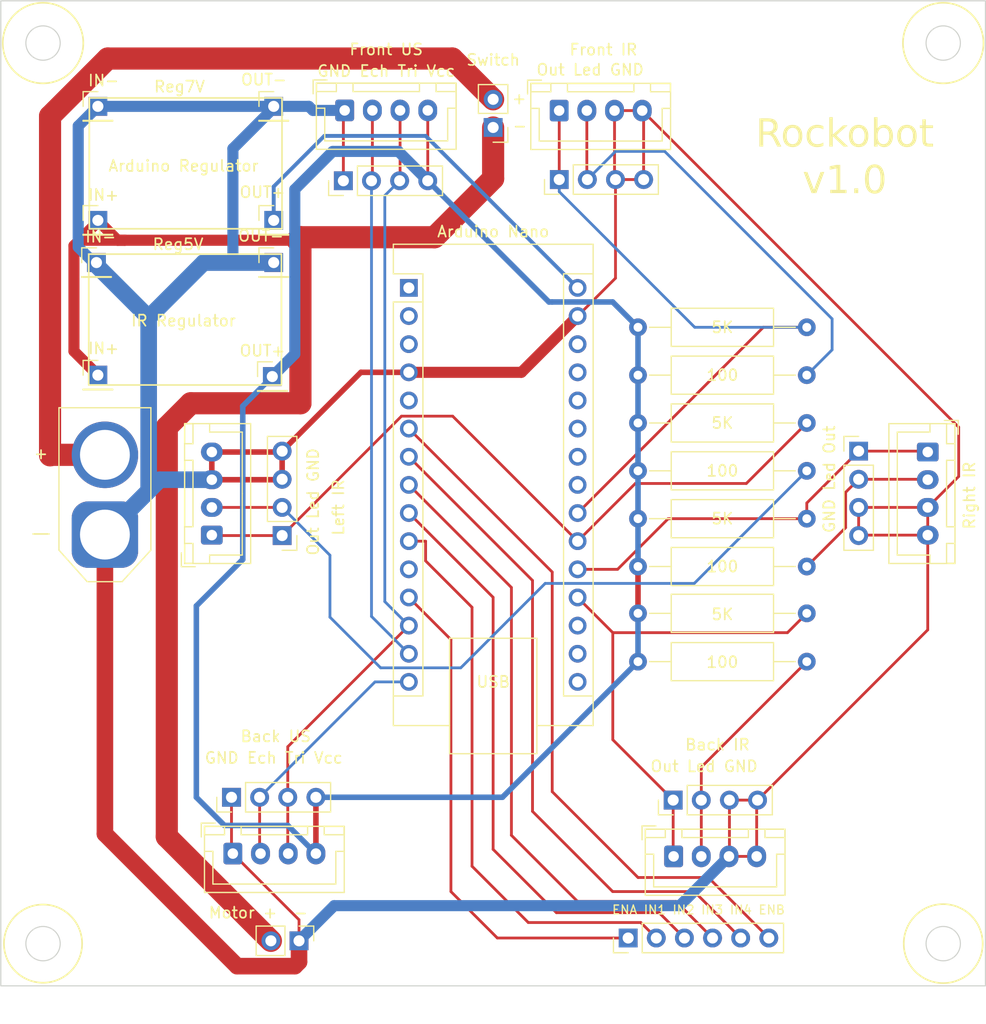
<source format=kicad_pcb>
(kicad_pcb (version 20221018) (generator pcbnew)
  (title_block (title "Rockobot-PCB") (rev "V1"))
  (layers (0 "F.Cu" signal) (31 "B.Cu" signal) (34 "B.Paste" user) (35 "F.Paste" user) (36 "B.SilkS" user "B.Silkscreen") (37 "F.SilkS" user "F.Silkscreen") (38 "B.Mask" user) (39 "F.Mask" user) (44 "Edge.Cuts" user))
  (net 0 "")
  (net 4 "Net-(Battery_Input1-Pin_1)")
  (net 6 "Net-(A1-D3)")
  (net 7 "Net-(A1-D4)")
  (net 8 "Net-(A1-D5)")
  (net 9 "Net-(A1-D6)")
  (net 10 "Net-(A1-D7)")
  (net 12 "Net-(A1-D9)")
  (net 13 "Net-(A1-D10)")
  (net 14 "Net-(A1-D11)")
  (net 15 "Net-(A1-D12)")
  (net 19 "Net-(A1-A0)")
  (net 20 "Net-(A1-A1)")
  (net 21 "Net-(A1-A2)")
  (net 22 "Net-(A1-A3)")
  (net 29 "Net-(A1-VIN)")
  (net 30 "Net-(Battery_Input1-Pin_2)")
  (net 31 "Net-(IR_Back1-Pin_2)")
  (net 32 "Net-(IR_Front1-Pin_2)")
  (net 33 "Net-(IR_Left1-Pin_2)")
  (net 34 "Net-(IR_Right1-Pin_2)")
  (net 35 "Net-(Motor_Power1-Pin_2)")
  (net 36 "Net-(Reg5_OUT+1-Pin_1)")
  (footprint "Connector_JST:JST_XH_B4B-XH-A_1x04_P2.50mm_Vertical" (layer "F.Cu") (at 149.472 70.866)
    (fp_text reference "Out Led GND" (at 2.801 -3.683) (layer "F.SilkS"))
    (fp_text value "Conn_01x04_Socket")
    (pad "1" thru_hole roundrect (at 0 0) (size 1.7 1.95) (drill 0.95) (layers "*.Cu" "*.Mask") (roundrect_rratio 0.1470588235) (net 22 "Net-(A1-A3)"))
    (pad "2" thru_hole oval (at 2.5 0) (size 1.7 1.95) (drill 0.95) (layers "*.Cu" "*.Mask") (net 32 "Net-(IR_Front1-Pin_2)"))
    (pad "3" thru_hole oval (at 5 0) (size 1.7 1.95) (drill 0.95) (layers "*.Cu" "*.Mask") (net 4 "Net-(Battery_Input1-Pin_1)"))
    (pad "4" thru_hole oval (at 7.5 0) (size 1.7 1.95) (drill 0.95) (layers "*.Cu" "*.Mask") (net 4 "Net-(Battery_Input1-Pin_1)"))
  )
  (footprint "Connector_PinHeader_2.54mm:PinHeader_1x01_P2.54mm_Vertical" (layer "F.Cu") (at 123.698 80.772)
    (fp_text reference "OUT+" (at -1.016 -2.54) (layer "F.SilkS"))
    (fp_text value "Conn_01x01_Socket")
    (pad "1" thru_hole rect (at 0 0) (size 1.7 1.7) (drill 1) (layers "*.Cu" "*.Mask") (net 29 "Net-(A1-VIN)"))
  )
  (footprint "Resistor_THT:R_Axial_DIN0309_L9.0mm_D3.2mm_P15.24mm_Horizontal" (layer "F.Cu") (at 171.831 107.696 180)
    (fp_text reference "5K" (at 7.62 0) (layer "F.SilkS"))
    (fp_text value "5K")
    (pad "1" thru_hole circle (at 0 0 180) (size 1.6 1.6) (drill 0.8) (layers "*.Cu" "*.Mask") (net 20 "Net-(A1-A1)"))
    (pad "2" thru_hole oval (at 15.24 0 180) (size 1.6 1.6) (drill 0.8) (layers "*.Cu" "*.Mask") (net 36 "Net-(Reg5_OUT+1-Pin_1)"))
  )
  (footprint "Resistor_THT:R_Axial_DIN0309_L9.0mm_D3.2mm_P15.24mm_Horizontal" (layer "F.Cu") (at 171.831 103.378 180)
    (fp_text reference "100" (at 7.62 0) (layer "F.SilkS"))
    (fp_text value "100")
    (pad "1" thru_hole circle (at 0 0 180) (size 1.6 1.6) (drill 0.8) (layers "*.Cu" "*.Mask") (net 34 "Net-(IR_Right1-Pin_2)"))
    (pad "2" thru_hole oval (at 15.24 0 180) (size 1.6 1.6) (drill 0.8) (layers "*.Cu" "*.Mask") (net 36 "Net-(Reg5_OUT+1-Pin_1)"))
  )
  (footprint "Connector_JST:JST_XH_B4B-XH-A_1x04_P2.50mm_Vertical" (layer "F.Cu") (at 120.008 137.922)
    (fp_text reference "GND Ech Tri Vcc" (at 3.69 -8.636) (layer "F.SilkS"))
    (fp_text value "Conn_01x04_Socket")
    (pad "1" thru_hole roundrect (at 0 0) (size 1.7 1.95) (drill 0.95) (layers "*.Cu" "*.Mask") (roundrect_rratio 0.1470588235) (net 4 "Net-(Battery_Input1-Pin_1)"))
    (pad "2" thru_hole oval (at 2.5 0) (size 1.7 1.95) (drill 0.95) (layers "*.Cu" "*.Mask") (net 15 "Net-(A1-D12)"))
    (pad "3" thru_hole oval (at 5 0) (size 1.7 1.95) (drill 0.95) (layers "*.Cu" "*.Mask") (net 13 "Net-(A1-D10)"))
    (pad "4" thru_hole oval (at 7.5 0) (size 1.7 1.95) (drill 0.95) (layers "*.Cu" "*.Mask") (net 36 "Net-(Reg5_OUT+1-Pin_1)"))
  )
  (footprint "Resistor_THT:R_Axial_DIN0309_L9.0mm_D3.2mm_P15.24mm_Horizontal" (layer "F.Cu") (at 171.831 116.239 180)
    (fp_text reference "5K" (at 7.62 -0.093) (layer "F.SilkS"))
    (fp_text value "5K")
    (pad "1" thru_hole circle (at 0 0 180) (size 1.6 1.6) (drill 0.8) (layers "*.Cu" "*.Mask") (net 19 "Net-(A1-A0)"))
    (pad "2" thru_hole oval (at 15.24 0 180) (size 1.6 1.6) (drill 0.8) (layers "*.Cu" "*.Mask") (net 36 "Net-(Reg5_OUT+1-Pin_1)"))
  )
  (footprint "Connector_JST:JST_XH_B4B-XH-A_1x04_P2.50mm_Vertical" (layer "F.Cu") (at 118.11 109.18 90)
    (fp_text reference "Out Led GND" (at 3.008 9.144 90) (layer "F.SilkS"))
    (fp_text value "Conn_01x04_Socket")
    (pad "1" thru_hole roundrect (at 0 0 90) (size 1.7 1.95) (drill 0.95) (layers "*.Cu" "*.Mask") (roundrect_rratio 0.1470588235) (net 21 "Net-(A1-A2)"))
    (pad "2" thru_hole oval (at 2.5 0 90) (size 1.7 1.95) (drill 0.95) (layers "*.Cu" "*.Mask") (net 34 "Net-(IR_Right1-Pin_2)"))
    (pad "3" thru_hole oval (at 5 0 90) (size 1.7 1.95) (drill 0.95) (layers "*.Cu" "*.Mask") (net 4 "Net-(Battery_Input1-Pin_1)"))
    (pad "4" thru_hole oval (at 7.5 0 90) (size 1.7 1.95) (drill 0.95) (layers "*.Cu" "*.Mask") (net 4 "Net-(Battery_Input1-Pin_1)"))
  )
  (footprint "Connector_JST:JST_XH_B4B-XH-A_1x04_P2.50mm_Vertical" (layer "F.Cu") (at 130.108 70.849)
    (fp_text reference "GND Ech Tri Vcc" (at 3.75 -3.55) (layer "F.SilkS"))
    (fp_text value "Conn_01x04_Socket")
    (pad "1" thru_hole roundrect (at 0 0) (size 1.7 1.95) (drill 0.95) (layers "*.Cu" "*.Mask") (roundrect_rratio 0.1470588235) (net 4 "Net-(Battery_Input1-Pin_1)"))
    (pad "2" thru_hole oval (at 2.5 0) (size 1.7 1.95) (drill 0.95) (layers "*.Cu" "*.Mask") (net 14 "Net-(A1-D11)"))
    (pad "3" thru_hole oval (at 5 0) (size 1.7 1.95) (drill 0.95) (layers "*.Cu" "*.Mask") (net 13 "Net-(A1-D10)"))
    (pad "4" thru_hole oval (at 7.5 0) (size 1.7 1.95) (drill 0.95) (layers "*.Cu" "*.Mask") (net 36 "Net-(Reg5_OUT+1-Pin_1)"))
  )
  (footprint "Connector_PinHeader_2.54mm:PinHeader_1x04_P2.54mm_Vertical" (layer "F.Cu") (at 129.988 77.199 90)
    (fp_text reference "US_Back2" hide)
    (fp_text value "Conn_01x04_Socket")
    (pad "1" thru_hole rect (at 0 0 90) (size 1.7 1.7) (drill 1) (layers "*.Cu" "*.Mask") (net 4 "Net-(Battery_Input1-Pin_1)"))
    (pad "2" thru_hole oval (at 0 2.54 90) (size 1.7 1.7) (drill 1) (layers "*.Cu" "*.Mask") (net 14 "Net-(A1-D11)"))
    (pad "3" thru_hole oval (at 0 5.08 90) (size 1.7 1.7) (drill 1) (layers "*.Cu" "*.Mask") (net 13 "Net-(A1-D10)"))
    (pad "4" thru_hole oval (at 0 7.62 90) (size 1.7 1.7) (drill 1) (layers "*.Cu" "*.Mask") (net 36 "Net-(Reg5_OUT+1-Pin_1)"))
  )
  (footprint "Connector_PinHeader_2.54mm:PinHeader_1x01_P2.54mm_Vertical" (layer "F.Cu") (at 107.823 94.742)
    (fp_text reference "IN+" (at 0.508 -2.413) (layer "F.SilkS"))
    (fp_text value "Conn_01x01_Socket")
    (pad "1" thru_hole rect (at 0 0) (size 1.7 1.7) (drill 1) (layers "*.Cu" "*.Mask") (net 35 "Net-(Motor_Power1-Pin_2)"))
  )
  (footprint "Connector_PinHeader_2.54mm:PinHeader_1x04_P2.54mm_Vertical" (layer "F.Cu") (at 119.888 132.842 90)
    (fp_text reference "US_Front2" hide)
    (fp_text value "Conn_01x04_Socket")
    (pad "1" thru_hole rect (at 0 0 90) (size 1.7 1.7) (drill 1) (layers "*.Cu" "*.Mask") (net 4 "Net-(Battery_Input1-Pin_1)"))
    (pad "2" thru_hole oval (at 0 2.54 90) (size 1.7 1.7) (drill 1) (layers "*.Cu" "*.Mask") (net 15 "Net-(A1-D12)"))
    (pad "3" thru_hole oval (at 0 5.08 90) (size 1.7 1.7) (drill 1) (layers "*.Cu" "*.Mask") (net 13 "Net-(A1-D10)"))
    (pad "4" thru_hole oval (at 0 7.62 90) (size 1.7 1.7) (drill 1) (layers "*.Cu" "*.Mask") (net 36 "Net-(Reg5_OUT+1-Pin_1)"))
  )
  (footprint "Connector_PinHeader_2.54mm:PinHeader_1x04_P2.54mm_Vertical" (layer "F.Cu") (at 176.513 101.6)
    (fp_text reference "IR_Left2" hide)
    (fp_text value "Conn_01x04_Socket")
    (pad "1" thru_hole rect (at 0 0) (size 1.7 1.7) (drill 1) (layers "*.Cu" "*.Mask") (net 20 "Net-(A1-A1)"))
    (pad "2" thru_hole oval (at 0 2.54) (size 1.7 1.7) (drill 1) (layers "*.Cu" "*.Mask") (net 33 "Net-(IR_Left1-Pin_2)"))
    (pad "3" thru_hole oval (at 0 5.08) (size 1.7 1.7) (drill 1) (layers "*.Cu" "*.Mask") (net 4 "Net-(Battery_Input1-Pin_1)"))
    (pad "4" thru_hole oval (at 0 7.62) (size 1.7 1.7) (drill 1) (layers "*.Cu" "*.Mask") (net 4 "Net-(Battery_Input1-Pin_1)"))
  )
  (footprint "Resistor_THT:R_Axial_DIN0309_L9.0mm_D3.2mm_P15.24mm_Horizontal" (layer "F.Cu") (at 171.831 120.599 180)
    (fp_text reference "100" (at 7.62 -0.051) (layer "F.SilkS"))
    (fp_text value "100")
    (pad "1" thru_hole circle (at 0 0 180) (size 1.6 1.6) (drill 0.8) (layers "*.Cu" "*.Mask") (net 31 "Net-(IR_Back1-Pin_2)"))
    (pad "2" thru_hole oval (at 15.24 0 180) (size 1.6 1.6) (drill 0.8) (layers "*.Cu" "*.Mask") (net 36 "Net-(Reg5_OUT+1-Pin_1)"))
  )
  (footprint "Connector_PinHeader_2.54mm:PinHeader_1x01_P2.54mm_Vertical" (layer "F.Cu") (at 123.698 70.485)
    (fp_text reference "OUT-" (at -0.889 -2.413) (layer "F.SilkS"))
    (fp_text value "Conn_01x01_Socket")
    (pad "1" thru_hole rect (at 0 0) (size 1.7 1.7) (drill 1) (layers "*.Cu" "*.Mask") (net 4 "Net-(Battery_Input1-Pin_1)"))
  )
  (footprint "Connector_PinHeader_2.54mm:PinHeader_1x01_P2.54mm_Vertical" (layer "F.Cu") (at 123.698 84.582)
    (fp_text reference "OUT-" (at -1.143 -2.413) (layer "F.SilkS"))
    (fp_text value "Conn_01x01_Socket")
    (pad "1" thru_hole rect (at 0 0) (size 1.7 1.7) (drill 1) (layers "*.Cu" "*.Mask") (net 4 "Net-(Battery_Input1-Pin_1)"))
  )
  (footprint "Resistor_THT:R_Axial_DIN0309_L9.0mm_D3.2mm_P15.24mm_Horizontal" (layer "F.Cu") (at 171.831 94.742 180)
    (fp_text reference "100" (at 7.62 0) (layer "F.SilkS"))
    (fp_text value "100")
    (pad "1" thru_hole circle (at 0 0 180) (size 1.6 1.6) (drill 0.8) (layers "*.Cu" "*.Mask") (net 32 "Net-(IR_Front1-Pin_2)"))
    (pad "2" thru_hole oval (at 15.24 0 180) (size 1.6 1.6) (drill 0.8) (layers "*.Cu" "*.Mask") (net 36 "Net-(Reg5_OUT+1-Pin_1)"))
  )
  (footprint "Connector_JST:JST_XH_B4B-XH-A_1x04_P2.50mm_Vertical" (layer "F.Cu") (at 159.806 138.176)
    (fp_text reference "Out Led GND" (at 2.754 -8.128) (layer "F.SilkS"))
    (fp_text value "Conn_01x04_Socket")
    (pad "1" thru_hole roundrect (at 0 0) (size 1.7 1.95) (drill 0.95) (layers "*.Cu" "*.Mask") (roundrect_rratio 0.1470588235) (net 19 "Net-(A1-A0)"))
    (pad "2" thru_hole oval (at 2.5 0) (size 1.7 1.95) (drill 0.95) (layers "*.Cu" "*.Mask") (net 31 "Net-(IR_Back1-Pin_2)"))
    (pad "3" thru_hole oval (at 5 0) (size 1.7 1.95) (drill 0.95) (layers "*.Cu" "*.Mask") (net 4 "Net-(Battery_Input1-Pin_1)"))
    (pad "4" thru_hole oval (at 7.5 0) (size 1.7 1.95) (drill 0.95) (layers "*.Cu" "*.Mask") (net 4 "Net-(Battery_Input1-Pin_1)"))
  )
  (footprint "Connector_PinHeader_2.54mm:PinHeader_1x04_P2.54mm_Vertical" (layer "F.Cu") (at 124.46 109.22 180)
    (fp_text reference "IR_Right2" hide)
    (fp_text value "Conn_01x04_Socket")
    (pad "1" thru_hole rect (at 0 0 180) (size 1.7 1.7) (drill 1) (layers "*.Cu" "*.Mask") (net 21 "Net-(A1-A2)"))
    (pad "2" thru_hole oval (at 0 2.54 180) (size 1.7 1.7) (drill 1) (layers "*.Cu" "*.Mask") (net 34 "Net-(IR_Right1-Pin_2)"))
    (pad "3" thru_hole oval (at 0 5.08 180) (size 1.7 1.7) (drill 1) (layers "*.Cu" "*.Mask") (net 4 "Net-(Battery_Input1-Pin_1)"))
    (pad "4" thru_hole oval (at 0 7.62 180) (size 1.7 1.7) (drill 1) (layers "*.Cu" "*.Mask") (net 4 "Net-(Battery_Input1-Pin_1)"))
  )
  (footprint "Connector_PinHeader_2.54mm:PinHeader_1x01_P2.54mm_Vertical" (layer "F.Cu") (at 107.696 84.582)
    (fp_text reference "IN-" (at 0.381 -2.33) (layer "F.SilkS"))
    (fp_text value "Conn_01x01_Socket")
    (pad "1" thru_hole rect (at 0 0) (size 1.7 1.7) (drill 1) (layers "*.Cu" "*.Mask") (net 4 "Net-(Battery_Input1-Pin_1)"))
  )
  (footprint "Connector_AMASS:AMASS_XT60-M_1x02_P7.20mm_Vertical" (layer "F.Cu") (at 108.458 109.134 90)
    (fp_text reference "|        +" (at 3.724 -5.842 90) (layer "F.SilkS"))
    (fp_text value "Conn_01x02_Socket")
    (pad "1" thru_hole roundrect (at 0 0 90) (size 6 6) (drill 4.5) (layers "*.Cu" "*.Mask") (net 4 "Net-(Battery_Input1-Pin_1)"))
    (pad "2" thru_hole circle (at 7.2 0 90) (size 6 6) (drill 4.5) (layers "*.Cu" "*.Mask") (net 30 "Net-(Battery_Input1-Pin_2)"))
  )
  (footprint "Connector_PinHeader_2.54mm:PinHeader_1x01_P2.54mm_Vertical" (layer "F.Cu") (at 123.571 94.869)
    (fp_text reference "OUT+" (at -0.889 -2.33) (layer "F.SilkS"))
    (fp_text value "Conn_01x01_Socket")
    (pad "1" thru_hole rect (at 0 0) (size 1.7 1.7) (drill 1) (layers "*.Cu" "*.Mask") (net 36 "Net-(Reg5_OUT+1-Pin_1)"))
  )
  (footprint "Connector_PinHeader_2.54mm:PinHeader_1x02_P2.54mm_Vertical" (layer "F.Cu") (at 143.51 72.39 180)
    (fp_text reference "+" (at -2.286 2.54 270) (layer "F.SilkS"))
    (fp_text value "Conn_01x02_Socket")
    (pad "1" thru_hole rect (at 0 0 180) (size 1.7 1.7) (drill 1) (layers "*.Cu" "*.Mask") (net 35 "Net-(Motor_Power1-Pin_2)"))
    (pad "2" thru_hole oval (at 0 2.54 180) (size 1.7 1.7) (drill 1) (layers "*.Cu" "*.Mask") (net 30 "Net-(Battery_Input1-Pin_2)"))
  )
  (footprint "Connector_PinHeader_2.54mm:PinHeader_1x01_P2.54mm_Vertical" (layer "F.Cu") (at 107.823 70.485)
    (fp_text reference "IN-" (at 0.508 -2.33) (layer "F.SilkS"))
    (fp_text value "Conn_01x01_Socket")
    (pad "1" thru_hole rect (at 0 0) (size 1.7 1.7) (drill 1) (layers "*.Cu" "*.Mask") (net 4 "Net-(Battery_Input1-Pin_1)"))
  )
  (footprint "Module:Arduino_Nano" (layer "F.Cu") (at 135.9 86.868)
    (fp_text reference "Arduino Nano" (at 7.62 -5.08) (layer "F.SilkS"))
    (fp_text value "Arduino_Nano_v3.x")
    (fp_text user "USB" (at 7.62 35.56 unlocked) (layer "F.SilkS"))
    (pad "1" thru_hole rect (at 0 0) (size 1.6 1.6) (drill 1) (layers "*.Cu" "*.Mask"))
    (pad "2" thru_hole oval (at 0 2.54) (size 1.6 1.6) (drill 1) (layers "*.Cu" "*.Mask"))
    (pad "3" thru_hole oval (at 0 5.08) (size 1.6 1.6) (drill 1) (layers "*.Cu" "*.Mask"))
    (pad "4" thru_hole oval (at 0 7.62) (size 1.6 1.6) (drill 1) (layers "*.Cu" "*.Mask") (net 4 "Net-(Battery_Input1-Pin_1)"))
    (pad "5" thru_hole oval (at 0 10.16) (size 1.6 1.6) (drill 1) (layers "*.Cu" "*.Mask"))
    (pad "6" thru_hole oval (at 0 12.7) (size 1.6 1.6) (drill 1) (layers "*.Cu" "*.Mask") (net 6 "Net-(A1-D3)"))
    (pad "7" thru_hole oval (at 0 15.24) (size 1.6 1.6) (drill 1) (layers "*.Cu" "*.Mask") (net 7 "Net-(A1-D4)"))
    (pad "8" thru_hole oval (at 0 17.78) (size 1.6 1.6) (drill 1) (layers "*.Cu" "*.Mask") (net 8 "Net-(A1-D5)"))
    (pad "9" thru_hole oval (at 0 20.32) (size 1.6 1.6) (drill 1) (layers "*.Cu" "*.Mask") (net 9 "Net-(A1-D6)"))
    (pad "10" thru_hole oval (at 0 22.86) (size 1.6 1.6) (drill 1) (layers "*.Cu" "*.Mask") (net 10 "Net-(A1-D7)"))
    (pad "11" thru_hole oval (at 0 25.4) (size 1.6 1.6) (drill 1) (layers "*.Cu" "*.Mask"))
    (pad "12" thru_hole oval (at 0 27.94) (size 1.6 1.6) (drill 1) (layers "*.Cu" "*.Mask") (net 12 "Net-(A1-D9)"))
    (pad "13" thru_hole oval (at 0 30.48) (size 1.6 1.6) (drill 1) (layers "*.Cu" "*.Mask") (net 13 "Net-(A1-D10)"))
    (pad "14" thru_hole oval (at 0 33.02) (size 1.6 1.6) (drill 1) (layers "*.Cu" "*.Mask") (net 14 "Net-(A1-D11)"))
    (pad "15" thru_hole oval (at 0 35.56) (size 1.6 1.6) (drill 1) (layers "*.Cu" "*.Mask") (net 15 "Net-(A1-D12)"))
    (pad "16" thru_hole oval (at 15.24 35.56) (size 1.6 1.6) (drill 1) (layers "*.Cu" "*.Mask"))
    (pad "17" thru_hole oval (at 15.24 33.02) (size 1.6 1.6) (drill 1) (layers "*.Cu" "*.Mask"))
    (pad "18" thru_hole oval (at 15.24 30.48) (size 1.6 1.6) (drill 1) (layers "*.Cu" "*.Mask"))
    (pad "19" thru_hole oval (at 15.24 27.94) (size 1.6 1.6) (drill 1) (layers "*.Cu" "*.Mask") (net 19 "Net-(A1-A0)"))
    (pad "20" thru_hole oval (at 15.24 25.4) (size 1.6 1.6) (drill 1) (layers "*.Cu" "*.Mask") (net 20 "Net-(A1-A1)"))
    (pad "21" thru_hole oval (at 15.24 22.86) (size 1.6 1.6) (drill 1) (layers "*.Cu" "*.Mask") (net 21 "Net-(A1-A2)"))
    (pad "22" thru_hole oval (at 15.24 20.32) (size 1.6 1.6) (drill 1) (layers "*.Cu" "*.Mask") (net 22 "Net-(A1-A3)"))
    (pad "23" thru_hole oval (at 15.24 17.78) (size 1.6 1.6) (drill 1) (layers "*.Cu" "*.Mask"))
    (pad "24" thru_hole oval (at 15.24 15.24) (size 1.6 1.6) (drill 1) (layers "*.Cu" "*.Mask"))
    (pad "25" thru_hole oval (at 15.24 12.7) (size 1.6 1.6) (drill 1) (layers "*.Cu" "*.Mask"))
    (pad "26" thru_hole oval (at 15.24 10.16) (size 1.6 1.6) (drill 1) (layers "*.Cu" "*.Mask"))
    (pad "27" thru_hole oval (at 15.24 7.62) (size 1.6 1.6) (drill 1) (layers "*.Cu" "*.Mask"))
    (pad "28" thru_hole oval (at 15.24 5.08) (size 1.6 1.6) (drill 1) (layers "*.Cu" "*.Mask"))
    (pad "29" thru_hole oval (at 15.24 2.54) (size 1.6 1.6) (drill 1) (layers "*.Cu" "*.Mask") (net 4 "Net-(Battery_Input1-Pin_1)"))
    (pad "30" thru_hole oval (at 15.24 0) (size 1.6 1.6) (drill 1) (layers "*.Cu" "*.Mask") (net 29 "Net-(A1-VIN)"))
  )
  (footprint "Resistor_THT:R_Axial_DIN0309_L9.0mm_D3.2mm_P15.24mm_Horizontal" (layer "F.Cu") (at 171.831 99.06 180)
    (fp_text reference "5K" (at 7.62 0) (layer "F.SilkS"))
    (fp_text value "5K")
    (pad "1" thru_hole circle (at 0 0 180) (size 1.6 1.6) (drill 0.8) (layers "*.Cu" "*.Mask") (net 21 "Net-(A1-A2)"))
    (pad "2" thru_hole oval (at 15.24 0 180) (size 1.6 1.6) (drill 0.8) (layers "*.Cu" "*.Mask") (net 36 "Net-(Reg5_OUT+1-Pin_1)"))
  )
  (footprint "Connector_PinHeader_2.54mm:PinHeader_1x02_P2.54mm_Vertical" (layer "F.Cu") (at 125.984 145.796 -90)
    (fp_text reference "Motor +  -" (at -2.54 3.683) (layer "F.SilkS"))
    (fp_text value "Conn_01x02_Socket")
    (pad "1" thru_hole rect (at 0 0 270) (size 1.7 1.7) (drill 1) (layers "*.Cu" "*.Mask") (net 4 "Net-(Battery_Input1-Pin_1)"))
    (pad "2" thru_hole oval (at 0 2.54 270) (size 1.7 1.7) (drill 1) (layers "*.Cu" "*.Mask") (net 35 "Net-(Motor_Power1-Pin_2)"))
  )
  (footprint "Connector_PinHeader_2.54mm:PinHeader_1x06_P2.54mm_Vertical" (layer "F.Cu") (at 155.702 145.542 90)
    (fp_text reference "ENA IN1 IN2 IN3 IN4 ENB" (at 2.54 6.35 180) (layer "F.SilkS") (effects (font (size 0.8 0.8) (thickness 0.12))))
    (fp_text value "Conn_01x06_Socket")
    (pad "1" thru_hole rect (at 0 0 90) (size 1.7 1.7) (drill 1) (layers "*.Cu" "*.Mask") (net 12 "Net-(A1-D9)"))
    (pad "2" thru_hole oval (at 0 2.54 90) (size 1.7 1.7) (drill 1) (layers "*.Cu" "*.Mask") (net 10 "Net-(A1-D7)"))
    (pad "3" thru_hole oval (at 0 5.08 90) (size 1.7 1.7) (drill 1) (layers "*.Cu" "*.Mask") (net 9 "Net-(A1-D6)"))
    (pad "4" thru_hole oval (at 0 7.62 90) (size 1.7 1.7) (drill 1) (layers "*.Cu" "*.Mask") (net 8 "Net-(A1-D5)"))
    (pad "5" thru_hole oval (at 0 10.16 90) (size 1.7 1.7) (drill 1) (layers "*.Cu" "*.Mask") (net 7 "Net-(A1-D4)"))
    (pad "6" thru_hole oval (at 0 12.7 90) (size 1.7 1.7) (drill 1) (layers "*.Cu" "*.Mask") (net 6 "Net-(A1-D3)"))
  )
  (footprint "Connector_PinHeader_2.54mm:PinHeader_1x04_P2.54mm_Vertical" (layer "F.Cu") (at 149.479 77.089 90)
    (fp_text reference "IR_Front2" hide)
    (fp_text value "Conn_01x04_Socket")
    (pad "1" thru_hole rect (at 0 0 90) (size 1.7 1.7) (drill 1) (layers "*.Cu" "*.Mask") (net 22 "Net-(A1-A3)"))
    (pad "2" thru_hole oval (at 0 2.54 90) (size 1.7 1.7) (drill 1) (layers "*.Cu" "*.Mask") (net 32 "Net-(IR_Front1-Pin_2)"))
    (pad "3" thru_hole oval (at 0 5.08 90) (size 1.7 1.7) (drill 1) (layers "*.Cu" "*.Mask") (net 4 "Net-(Battery_Input1-Pin_1)"))
    (pad "4" thru_hole oval (at 0 7.62 90) (size 1.7 1.7) (drill 1) (layers "*.Cu" "*.Mask") (net 4 "Net-(Battery_Input1-Pin_1)"))
  )
  (footprint "Resistor_THT:R_Axial_DIN0309_L9.0mm_D3.2mm_P15.24mm_Horizontal" (layer "F.Cu") (at 171.831 90.424 180)
    (fp_text reference "5K" (at 7.62 0) (layer "F.SilkS"))
    (fp_text value "5K")
    (pad "1" thru_hole circle (at 0 0 180) (size 1.6 1.6) (drill 0.8) (layers "*.Cu" "*.Mask") (net 22 "Net-(A1-A3)"))
    (pad "2" thru_hole oval (at 15.24 0 180) (size 1.6 1.6) (drill 0.8) (layers "*.Cu" "*.Mask") (net 36 "Net-(Reg5_OUT+1-Pin_1)"))
  )
  (footprint "Connector_PinHeader_2.54mm:PinHeader_1x04_P2.54mm_Vertical" (layer "F.Cu") (at 159.766 133.096 90)
    (fp_text reference "IR_Back2" hide)
    (fp_text value "Conn_01x04_Socket")
    (pad "1" thru_hole rect (at 0 0 90) (size 1.7 1.7) (drill 1) (layers "*.Cu" "*.Mask") (net 19 "Net-(A1-A0)"))
    (pad "2" thru_hole oval (at 0 2.54 90) (size 1.7 1.7) (drill 1) (layers "*.Cu" "*.Mask") (net 31 "Net-(IR_Back1-Pin_2)"))
    (pad "3" thru_hole oval (at 0 5.08 90) (size 1.7 1.7) (drill 1) (layers "*.Cu" "*.Mask") (net 4 "Net-(Battery_Input1-Pin_1)"))
    (pad "4" thru_hole oval (at 0 7.62 90) (size 1.7 1.7) (drill 1) (layers "*.Cu" "*.Mask") (net 4 "Net-(Battery_Input1-Pin_1)"))
  )
  (footprint "Resistor_THT:R_Axial_DIN0309_L9.0mm_D3.2mm_P15.24mm_Horizontal" (layer "F.Cu") (at 171.831 112.014 180)
    (fp_text reference "100" (at 7.62 0) (layer "F.SilkS"))
    (fp_text value "100")
    (pad "1" thru_hole circle (at 0 0 180) (size 1.6 1.6) (drill 0.8) (layers "*.Cu" "*.Mask") (net 33 "Net-(IR_Left1-Pin_2)"))
    (pad "2" thru_hole oval (at 15.24 0 180) (size 1.6 1.6) (drill 0.8) (layers "*.Cu" "*.Mask") (net 36 "Net-(Reg5_OUT+1-Pin_1)"))
  )
  (footprint "Connector_JST:JST_XH_B4B-XH-A_1x04_P2.50mm_Vertical" (layer "F.Cu") (at 182.753 101.68 -90)
    (fp_text reference "GND Led Out" (at 2.46 8.89 90) (layer "F.SilkS"))
    (fp_text value "Conn_01x04_Socket")
    (pad "1" thru_hole roundrect (at 0 0 270) (size 1.7 1.95) (drill 0.95) (layers "*.Cu" "*.Mask") (roundrect_rratio 0.1470588235) (net 20 "Net-(A1-A1)"))
    (pad "2" thru_hole oval (at 2.5 0 270) (size 1.7 1.95) (drill 0.95) (layers "*.Cu" "*.Mask") (net 33 "Net-(IR_Left1-Pin_2)"))
    (pad "3" thru_hole oval (at 5 0 270) (size 1.7 1.95) (drill 0.95) (layers "*.Cu" "*.Mask") (net 4 "Net-(Battery_Input1-Pin_1)"))
    (pad "4" thru_hole oval (at 7.5 0 270) (size 1.7 1.95) (drill 0.95) (layers "*.Cu" "*.Mask") (net 4 "Net-(Battery_Input1-Pin_1)"))
  )
  (footprint "Connector_PinHeader_2.54mm:PinHeader_1x01_P2.54mm_Vertical" (layer "F.Cu") (at 107.823 80.772)
    (fp_text reference "IN+" (at 0.508 -2.286) (layer "F.SilkS"))
    (fp_text value "Conn_01x01_Socket")
    (pad "1" thru_hole rect (at 0 0) (size 1.7 1.7) (drill 1) (layers "*.Cu" "*.Mask") (net 35 "Net-(Motor_Power1-Pin_2)"))
  )
  (gr_rect (start 107.05 69.723) (end 124.449 81.534) (stroke (width 0.15)) (fill none) (layer "F.SilkS"))
  (gr_circle (center 184.15 146.05) (end 187.71506 146.05) (stroke (width 0.15)) (fill none) (layer "F.SilkS"))
  (gr_rect (start 106.9975 83.82) (end 124.3965 95.631) (stroke (width 0.15)) (fill none) (layer "F.SilkS"))
  (gr_circle (center 102.87 146.05) (end 106.398681 146.05) (stroke (width 0.15)) (fill none) (layer "F.SilkS"))
  (gr_circle (center 102.87 64.77) (end 106.506727 64.77) (stroke (width 0.15)) (fill none) (layer "F.SilkS"))
  (gr_circle (center 184.15 64.77) (end 187.786727 64.77) (stroke (width 0.15)) (fill none) (layer "F.SilkS"))
  (gr_circle (center 102.87 146.05) (end 104.42 146.05) (stroke (width 0.1)) (fill none) (layer "Edge.Cuts"))
  (gr_rect (start 99.06 60.96) (end 187.96 149.86) (stroke (width 0.1)) (fill none) (layer "Edge.Cuts"))
  (gr_circle (center 184.15 64.77) (end 185.7 64.77) (stroke (width 0.1)) (fill none) (layer "Edge.Cuts"))
  (gr_circle (center 184.15 146.05) (end 185.7 146.05) (stroke (width 0.1)) (fill none) (layer "Edge.Cuts"))
  (gr_circle (center 102.87 64.77) (end 104.42 64.77) (stroke (width 0.1)) (fill none) (layer "Edge.Cuts"))
  (gr_text "Right IR" (at 186.513 105.6 90) (layer "F.SilkS") (effects (font (size 1 1))))
  (gr_text "Switch" (at 143.51 66.294) (layer "F.SilkS") (effects (font (size 1 1))))
  (gr_text "Reg7V" (at 115.189 68.707) (layer "F.SilkS") (effects (font (size 1 1))))
  (gr_text "Left IR" (at 129.54 106.68 90) (layer "F.SilkS") (effects (font (size 1 1))))
  (gr_text "Reg5V" (at 115.062 82.931) (layer "F.SilkS") (effects (font (size 1 1))))
  (gr_text "IR Regulator" (at 115.55 89.828) (layer "F.SilkS") (effects (font (size 1 1))))
  (gr_text "-" (at 145.923 72.39 180) (layer "F.SilkS") (effects (font (size 1 1))))
  (gr_text "Front US\n" (at 133.858 65.349) (layer "F.SilkS") (effects (font (size 1 1))))
  (gr_text "Front IR" (at 153.472 65.366) (layer "F.SilkS") (effects (font (size 1 1))))
  (gr_text "Arduino Regulator" (at 115.55 75.858) (layer "F.SilkS") (effects (font (size 1 1))))
  (gr_text "Back US" (at 123.888 127.342) (layer "F.SilkS") (effects (font (size 1 1))))
  (gr_text "Back IR\n" (at 163.766 128.096) (layer "F.SilkS") (effects (font (size 1 1))))
  (gr_text "Rockobot\nv1.0" (at 175.26 78.74) (layer "F.SilkS") (effects (font (size 2.5 2.5) (thickness 0.25)) (justify bottom)))
  (segment (start 156.972 70.866) (end 185.547 99.441) (width 0.25) (layer "F.Cu") (net 4))
  (segment (start 164.806 138.176) (end 167.306 138.176) (width 0.25) (layer "F.Cu") (net 4))
  (segment (start 154.472 70.866) (end 154.472 77.002) (width 0.25) (layer "F.Cu") (net 4))
  (segment (start 125.603 148.082) (end 120.396 148.082) (width 1.5) (layer "F.Cu") (net 4))
  (segment (start 154.559 77.089) (end 157.099 77.089) (width 0.25) (layer "F.Cu") (net 4))
  (segment (start 185.547 103.886) (end 182.753 106.68) (width 0.25) (layer "F.Cu") (net 4))
  (segment (start 125.984 147.701) (end 125.603 148.082) (width 1.5) (layer "F.Cu") (net 4))
  (segment (start 176.513 106.68) (end 176.513 109.22) (width 0.25) (layer "F.Cu") (net 4))
  (segment (start 125.984 143.898) (end 125.984 145.796) (width 0.25) (layer "F.Cu") (net 4))
  (segment (start 185.547 99.441) (end 185.547 103.886) (width 0.25) (layer "F.Cu") (net 4))
  (segment (start 154.559 85.989) (end 154.559 77.089) (width 0.25) (layer "F.Cu") (net 4))
  (segment (start 182.753 106.68) (end 182.753 109.18) (width 0.25) (layer "F.Cu") (net 4))
  (segment (start 108.458 136.144) (end 108.458 109.134) (width 1.5) (layer "F.Cu") (net 4))
  (segment (start 119.888 132.842) (end 119.888 137.802) (width 0.25) (layer "F.Cu") (net 4))
  (segment (start 164.846 138.136) (end 164.806 138.176) (width 0.25) (layer "F.Cu") (net 4))
  (segment (start 167.306 138.176) (end 167.306 133.176) (width 0.25) (layer "F.Cu") (net 4))
  (segment (start 154.472 77.002) (end 154.559 77.089) (width 0.25) (layer "F.Cu") (net 4))
  (segment (start 118.11 104.18) (end 124.42 104.18) (width 0.5) (layer "F.Cu") (net 4))
  (segment (start 146.06 94.488) (end 151.14 89.408) (width 1) (layer "F.Cu") (net 4))
  (segment (start 157.099 70.993) (end 156.972 70.866) (width 0.25) (layer "F.Cu") (net 4))
  (segment (start 135.9 94.488) (end 146.06 94.488) (width 1) (layer "F.Cu") (net 4))
  (segment (start 131.572 94.488) (end 135.9 94.488) (width 0.5) (layer "F.Cu") (net 4))
  (segment (start 176.513 106.68) (end 182.753 106.68) (width 0.25) (layer "F.Cu") (net 4))
  (segment (start 124.46 101.6) (end 124.46 104.14) (width 0.5) (layer "F.Cu") (net 4))
  (segment (start 118.11 101.68) (end 118.11 104.18) (width 0.5) (layer "F.Cu") (net 4))
  (segment (start 182.753 117.729) (end 182.753 109.18) (width 0.25) (layer "F.Cu") (net 4))
  (segment (start 167.306 133.176) (end 167.386 133.096) (width 0.25) (layer "F.Cu") (net 4))
  (segment (start 120.008 137.922) (end 125.984 143.898) (width 0.25) (layer "F.Cu") (net 4))
  (segment (start 124.42 104.18) (end 124.46 104.14) (width 0.25) (layer "F.Cu") (net 4))
  (segment (start 120.396 148.082) (end 108.458 136.144) (width 1.5) (layer "F.Cu") (net 4))
  (segment (start 124.46 101.6) (end 131.572 94.488) (width 0.5) (layer "F.Cu") (net 4))
  (segment (start 176.553 109.18) (end 176.513 109.22) (width 0.25) (layer "F.Cu") (net 4))
  (segment (start 154.472 70.866) (end 156.972 70.866) (width 0.25) (layer "F.Cu") (net 4))
  (segment (start 118.11 101.68) (end 124.38 101.68) (width 0.5) (layer "F.Cu") (net 4))
  (segment (start 164.846 133.096) (end 164.846 138.136) (width 0.25) (layer "F.Cu") (net 4))
  (segment (start 157.099 77.089) (end 157.099 70.993) (width 0.25) (layer "F.Cu") (net 4))
  (segment (start 124.38 101.68) (end 124.46 101.6) (width 0.25) (layer "F.Cu") (net 4))
  (segment (start 130.108 70.849) (end 129.988 70.969) (width 0.25) (layer "F.Cu") (net 4))
  (segment (start 129.988 70.969) (end 129.988 77.199) (width 0.25) (layer "F.Cu") (net 4))
  (segment (start 164.846 133.096) (end 167.386 133.096) (width 0.25) (layer "F.Cu") (net 4))
  (segment (start 119.888 137.802) (end 120.008 137.922) (width 0.25) (layer "F.Cu") (net 4))
  (segment (start 182.753 109.18) (end 176.553 109.18) (width 0.25) (layer "F.Cu") (net 4))
  (segment (start 167.386 133.096) (end 182.753 117.729) (width 0.25) (layer "F.Cu") (net 4))
  (segment (start 151.14 89.408) (end 154.559 85.989) (width 0.25) (layer "F.Cu") (net 4))
  (segment (start 125.984 145.796) (end 125.984 147.701) (width 1.5) (layer "F.Cu") (net 4))
  (segment (start 108.458 109.134) (end 113.412 104.18) (width 1.5) (layer "B.Cu") (net 4))
  (segment (start 112.408 105.184) (end 112.408 89.548) (width 1.5) (layer "B.Cu") (net 4))
  (segment (start 126.873 70.485) (end 123.825 70.485) (width 1) (layer "B.Cu") (net 4))
  (segment (start 160.361 142.621) (end 164.806 138.176) (width 1) (layer "B.Cu") (net 4))
  (segment (start 106.045 72.263) (end 107.823 70.485) (width 1) (layer "B.Cu") (net 4))
  (segment (start 123.825 70.485) (end 120.015 74.295) (width 1) (layer "B.Cu") (net 4))
  (segment (start 123.698 84.582) (end 117.374 84.582) (width 1.5) (layer "B.Cu") (net 4))
  (segment (start 107.823 70.485) (end 123.698 70.485) (width 1) (layer "B.Cu") (net 4))
  (segment (start 106.045 83.185) (end 106.045 72.263) (width 1) (layer "B.Cu") (net 4))
  (segment (start 125.984 145.796) (end 129.159 142.621) (width 1) (layer "B.Cu") (net 4))
  (segment (start 120.015 84.582) (end 123.698 84.582) (width 1) (layer "B.Cu") (net 4))
  (segment (start 107.696 84.836) (end 107.696 84.582) (width 1.5) (layer "B.Cu") (net 4))
  (segment (start 108.458 109.134) (end 112.408 105.184) (width 1.5) (layer "B.Cu") (net 4))
  (segment (start 107.442 84.582) (end 106.045 83.185) (width 1) (layer "B.Cu") (net 4))
  (segment (start 129.159 142.621) (end 160.361 142.621) (width 1) (layer "B.Cu") (net 4))
  (segment (start 117.374 84.582) (end 112.408 89.548) (width 1.5) (layer "B.Cu") (net 4))
  (segment (start 120.015 74.295) (end 120.015 84.582) (width 1) (layer "B.Cu") (net 4))
  (segment (start 130.108 70.849) (end 127.237 70.849) (width 1) (layer "B.Cu") (net 4))
  (segment (start 113.412 104.18) (end 118.11 104.18) (width 1.5) (layer "B.Cu") (net 4))
  (segment (start 107.696 84.582) (end 107.442 84.582) (width 1) (layer "B.Cu") (net 4))
  (segment (start 127.237 70.849) (end 126.873 70.485) (width 1) (layer "B.Cu") (net 4))
  (segment (start 112.408 89.548) (end 107.696 84.836) (width 1.5) (layer "B.Cu") (net 4))
  (segment (start 156.591 140.081) (end 162.941 140.081) (width 0.25) (layer "F.Cu") (net 6))
  (segment (start 148.844 132.334) (end 156.591 140.081) (width 0.25) (layer "F.Cu") (net 6))
  (segment (start 135.9 99.568) (end 148.844 112.512) (width 0.25) (layer "F.Cu") (net 6))
  (segment (start 162.941 140.081) (end 168.402 145.542) (width 0.25) (layer "F.Cu") (net 6))
  (segment (start 148.844 112.512) (end 148.844 132.334) (width 0.25) (layer "F.Cu") (net 6))
  (segment (start 135.9 102.108) (end 147.066 113.274) (width 0.25) (layer "F.Cu") (net 7))
  (segment (start 147.066 134.112) (end 154.305 141.351) (width 0.25) (layer "F.Cu") (net 7))
  (segment (start 161.671 141.351) (end 165.862 145.542) (width 0.25) (layer "F.Cu") (net 7))
  (segment (start 154.305 141.351) (end 161.671 141.351) (width 0.25) (layer "F.Cu") (net 7))
  (segment (start 147.066 113.274) (end 147.066 134.112) (width 0.25) (layer "F.Cu") (net 7))
  (segment (start 151.13 142.24) (end 160.02 142.24) (width 0.25) (layer "F.Cu") (net 8))
  (segment (start 160.02 142.24) (end 163.322 145.542) (width 0.25) (layer "F.Cu") (net 8))
  (segment (start 145.161 136.271) (end 151.13 142.24) (width 0.25) (layer "F.Cu") (net 8))
  (segment (start 145.161 113.909) (end 145.161 136.271) (width 0.25) (layer "F.Cu") (net 8))
  (segment (start 135.9 104.648) (end 145.161 113.909) (width 0.25) (layer "F.Cu") (net 8))
  (segment (start 135.9 107.188) (end 143.51 114.798) (width 0.25) (layer "F.Cu") (net 9))
  (segment (start 143.51 137.541) (end 149.225 143.256) (width 0.25) (layer "F.Cu") (net 9))
  (segment (start 149.225 143.256) (end 158.496 143.256) (width 0.25) (layer "F.Cu") (net 9))
  (segment (start 143.51 114.798) (end 143.51 137.541) (width 0.25) (layer "F.Cu") (net 9))
  (segment (start 158.496 143.256) (end 160.782 145.542) (width 0.25) (layer "F.Cu") (net 9))
  (segment (start 146.685 144.145) (end 156.845 144.145) (width 0.25) (layer "F.Cu") (net 10))
  (segment (start 135.9 109.728) (end 137.414 109.728) (width 0.25) (layer "F.Cu") (net 10))
  (segment (start 156.845 144.145) (end 158.242 145.542) (width 0.25) (layer "F.Cu") (net 10))
  (segment (start 141.605 139.065) (end 146.685 144.145) (width 0.25) (layer "F.Cu") (net 10))
  (segment (start 137.414 111.506) (end 141.605 115.697) (width 0.25) (layer "F.Cu") (net 10))
  (segment (start 141.605 115.697) (end 141.605 139.065) (width 0.25) (layer "F.Cu") (net 10))
  (segment (start 137.414 109.728) (end 137.414 111.506) (width 0.25) (layer "F.Cu") (net 10))
  (segment (start 143.891 145.542) (end 155.702 145.542) (width 0.25) (layer "F.Cu") (net 12))
  (segment (start 139.7 141.351) (end 143.891 145.542) (width 0.25) (layer "F.Cu") (net 12))
  (segment (start 139.7 118.608) (end 139.7 141.351) (width 0.25) (layer "F.Cu") (net 12))
  (segment (start 135.9 114.808) (end 139.7 118.608) (width 0.25) (layer "F.Cu") (net 12))
  (segment (start 135.108 77.159) (end 135.068 77.199) (width 0.25) (layer "F.Cu") (net 13))
  (segment (start 124.968 137.882) (end 125.008 137.922) (width 0.25) (layer "F.Cu") (net 13))
  (segment (start 135.108 70.849) (end 135.108 77.159) (width 0.25) (layer "F.Cu") (net 13))
  (segment (start 124.968 128.28) (end 135.9 117.348) (width 0.25) (layer "F.Cu") (net 13))
  (segment (start 124.968 132.842) (end 124.968 137.882) (width 0.25) (layer "F.Cu") (net 13))
  (segment (start 124.968 132.842) (end 124.968 128.28) (width 0.25) (layer "F.Cu") (net 13))
  (segment (start 135.068 77.199) (end 133.731 78.536) (width 0.25) (layer "B.Cu") (net 13))
  (segment (start 133.731 115.179) (end 135.9 117.348) (width 0.25) (layer "B.Cu") (net 13))
  (segment (start 133.731 78.536) (end 133.731 115.179) (width 0.25) (layer "B.Cu") (net 13))
  (segment (start 132.608 70.849) (end 132.608 77.119) (width 0.25) (layer "F.Cu") (net 14))
  (segment (start 132.608 77.119) (end 132.528 77.199) (width 0.25) (layer "F.Cu") (net 14))
  (segment (start 132.528 116.516) (end 135.9 119.888) (width 0.25) (layer "B.Cu") (net 14))
  (segment (start 132.528 77.199) (end 132.528 116.516) (width 0.25) (layer "B.Cu") (net 14))
  (segment (start 122.428 137.842) (end 122.508 137.922) (width 0.25) (layer "F.Cu") (net 15))
  (segment (start 122.428 132.842) (end 122.428 137.842) (width 0.25) (layer "F.Cu") (net 15))
  (segment (start 132.842 122.428) (end 135.9 122.428) (width 0.25) (layer "B.Cu") (net 15))
  (segment (start 122.428 132.842) (end 132.842 122.428) (width 0.25) (layer "B.Cu") (net 15))
  (segment (start 154.315 117.983) (end 154.315 127.645) (width 0.25) (layer "F.Cu") (net 19))
  (segment (start 170.087 117.983) (end 154.315 117.983) (width 0.25) (layer "F.Cu") (net 19))
  (segment (start 154.315 127.645) (end 159.766 133.096) (width 0.25) (layer "F.Cu") (net 19))
  (segment (start 154.315 117.983) (end 151.14 114.808) (width 0.25) (layer "F.Cu") (net 19))
  (segment (start 159.766 138.136) (end 159.806 138.176) (width 0.25) (layer "F.Cu") (net 19))
  (segment (start 159.766 133.096) (end 159.766 138.136) (width 0.25) (layer "F.Cu") (net 19))
  (segment (start 171.831 116.239) (end 170.087 117.983) (width 0.25) (layer "F.Cu") (net 19))
  (segment (start 182.673 101.6) (end 182.753 101.68) (width 0.25) (layer "F.Cu") (net 20))
  (segment (start 176.513 101.6) (end 182.673 101.6) (width 0.25) (layer "F.Cu") (net 20))
  (segment (start 176.513 101.6) (end 171.831 106.282) (width 0.25) (layer "F.Cu") (net 20))
  (segment (start 171.831 106.282) (end 171.831 107.696) (width 0.25) (layer "F.Cu") (net 20))
  (segment (start 151.14 112.268) (end 154.746009 112.268) (width 0.25) (layer "F.Cu") (net 20))
  (segment (start 154.746009 112.268) (end 159.318009 107.696) (width 0.25) (layer "F.Cu") (net 20))
  (segment (start 159.318009 107.696) (end 171.831 107.696) (width 0.25) (layer "F.Cu") (net 20))
  (segment (start 139.855 98.443) (end 151.14 109.728) (width 0.25) (layer "F.Cu") (net 21))
  (segment (start 151.14 109.728) (end 156.347 104.521) (width 0.25) (layer "F.Cu") (net 21))
  (segment (start 135.237 98.443) (end 139.855 98.443) (width 0.25) (layer "F.Cu") (net 21))
  (segment (start 166.37 104.521) (end 171.831 99.06) (width 0.25) (layer "F.Cu") (net 21))
  (segment (start 118.11 109.18) (end 118.15 109.22) (width 0.25) (layer "F.Cu") (net 21))
  (segment (start 156.347 104.521) (end 166.37 104.521) (width 0.25) (layer "F.Cu") (net 21))
  (segment (start 124.46 109.22) (end 135.237 98.443) (width 0.25) (layer "F.Cu") (net 21))
  (segment (start 118.15 109.22) (end 124.46 109.22) (width 0.25) (layer "F.Cu") (net 21))
  (segment (start 149.479 70.873) (end 149.479 77.089) (width 0.25) (layer "F.Cu") (net 22))
  (segment (start 151.14 107.188) (end 167.904 90.424) (width 0.25) (layer "F.Cu") (net 22))
  (segment (start 149.472 70.866) (end 149.479 70.873) (width 0.25) (layer "F.Cu") (net 22))
  (segment (start 167.904 90.424) (end 171.831 90.424) (width 0.25) (layer "F.Cu") (net 22))
  (segment (start 149.479 77.089) (end 149.479 78.189) (width 0.25) (layer "B.Cu") (net 22))
  (segment (start 161.714 90.424) (end 171.831 90.424) (width 0.25) (layer "B.Cu") (net 22))
  (segment (start 149.479 78.189) (end 161.714 90.424) (width 0.25) (layer "B.Cu") (net 22))
  (segment (start 137.424 73.152) (end 151.14 86.868) (width 0.35) (layer "B.Cu") (net 29))
  (segment (start 128.27 73.152) (end 137.424 73.152) (width 0.35) (layer "B.Cu") (net 29))
  (segment (start 123.698 77.724) (end 128.27 73.152) (width 0.35) (layer "B.Cu") (net 29))
  (segment (start 123.698 80.772) (end 123.698 77.724) (width 0.35) (layer "B.Cu") (net 29))
  (segment (start 108.712 66.167) (end 139.827 66.167) (width 2) (layer "F.Cu") (net 30))
  (segment (start 139.827 66.167) (end 143.51 69.85) (width 2) (layer "F.Cu") (net 30))
  (segment (start 108.458 101.934) (end 103.552 101.934) (width 2) (layer "F.Cu") (net 30))
  (segment (start 103.505 71.374) (end 108.712 66.167) (width 2) (layer "F.Cu") (net 30))
  (segment (start 103.505 101.981) (end 103.505 71.374) (width 2) (layer "F.Cu") (net 30))
  (segment (start 103.552 101.934) (end 103.505 101.981) (width 0.25) (layer "F.Cu") (net 30))
  (segment (start 162.306 130.124) (end 171.831 120.599) (width 0.25) (layer "F.Cu") (net 31))
  (segment (start 162.306 138.176) (end 162.306 133.096) (width 0.25) (layer "F.Cu") (net 31))
  (segment (start 162.306 133.096) (end 162.306 130.124) (width 0.25) (layer "F.Cu") (net 31))
  (segment (start 151.972 70.866) (end 151.972 77.042) (width 0.25) (layer "F.Cu") (net 32))
  (segment (start 151.972 77.042) (end 152.019 77.089) (width 0.25) (layer "F.Cu") (net 32))
  (segment (start 159.004 74.549) (end 174.117 89.662) (width 0.25) (layer "B.Cu") (net 32))
  (segment (start 174.117 92.456) (end 171.831 94.742) (width 0.25) (layer "B.Cu") (net 32))
  (segment (start 152.019 77.089) (end 154.559 74.549) (width 0.25) (layer "B.Cu") (net 32))
  (segment (start 174.117 89.662) (end 174.117 92.456) (width 0.25) (layer "B.Cu") (net 32))
  (segment (start 154.559 74.549) (end 159.004 74.549) (width 0.25) (layer "B.Cu") (net 32))
  (segment (start 176.513 104.14) (end 175.338 105.315) (width 0.25) (layer "F.Cu") (net 33))
  (segment (start 175.338 108.507) (end 171.831 112.014) (width 0.25) (layer "F.Cu") (net 33))
  (segment (start 175.338 105.315) (end 175.338 108.507) (width 0.25) (layer "F.Cu") (net 33))
  (segment (start 182.713 104.14) (end 182.753 104.18) (width 0.25) (layer "F.Cu") (net 33))
  (segment (start 176.513 104.14) (end 182.713 104.14) (width 0.25) (layer "F.Cu") (net 33))
  (segment (start 118.11 106.68) (end 124.46 106.68) (width 0.25) (layer "F.Cu") (net 34))
  (segment (start 140.589 121.158) (end 148.209 113.538) (width 0.25) (layer "B.Cu") (net 34))
  (segment (start 124.46 106.68) (end 128.778 110.998) (width 0.25) (layer "B.Cu") (net 34))
  (segment (start 133.35 121.158) (end 140.589 121.158) (width 0.25) (layer "B.Cu") (net 34))
  (segment (start 128.778 116.586) (end 133.35 121.158) (width 0.25) (layer "B.Cu") (net 34))
  (segment (start 148.209 113.538) (end 161.671 113.538) (width 0.25) (layer "B.Cu") (net 34))
  (segment (start 161.671 113.538) (end 171.831 103.378) (width 0.25) (layer "B.Cu") (net 34))
  (segment (start 128.778 110.998) (end 128.778 116.586) (width 0.25) (layer "B.Cu") (net 34))
  (segment (start 126.111 97.282) (end 116.205 97.282) (width 2) (layer "F.Cu") (net 35))
  (segment (start 116.205 97.282) (end 114.046 99.441) (width 2) (layer "F.Cu") (net 35))
  (segment (start 107.823 80.899) (end 106.172 82.55) (width 1) (layer "F.Cu") (net 35))
  (segment (start 105.664 83.058) (end 105.664 92.583) (width 1) (layer "F.Cu") (net 35))
  (segment (start 109.601 82.568) (end 107.823 80.79) (width 1) (layer "F.Cu") (net 35))
  (segment (start 114.046 99.441) (end 114.046 136.398) (width 2) (layer "F.Cu") (net 35))
  (segment (start 125.839 82.568) (end 110.254 82.568) (width 1) (layer "F.Cu") (net 35))
  (segment (start 114.046 136.398) (end 123.444 145.796) (width 2) (layer "F.Cu") (net 35))
  (segment (start 126.111 97.282) (end 126.111 82.296) (width 2) (layer "F.Cu") (net 35))
  (segment (start 126.111 82.296) (end 138.222 82.296) (width 2) (layer "F.Cu") (net 35))
  (segment (start 106.19 82.568) (end 106.172 82.55) (width 1) (layer "F.Cu") (net 35))
  (segment (start 126.111 82.296) (end 125.839 82.568) (width 2) (layer "F.Cu") (net 35))
  (segment (start 106.172 82.55) (end 105.664 83.058) (width 1) (layer "F.Cu") (net 35))
  (segment (start 110.254 82.568) (end 106.19 82.568) (width 1) (layer "F.Cu") (net 35))
  (segment (start 143.51 77.008) (end 143.51 72.39) (width 2) (layer "F.Cu") (net 35))
  (segment (start 105.664 92.583) (end 107.823 94.742) (width 1) (layer "F.Cu") (net 35))
  (segment (start 107.823 80.79) (end 107.823 80.772) (width 1) (layer "F.Cu") (net 35))
  (segment (start 138.222 82.296) (end 143.51 77.008) (width 2) (layer "F.Cu") (net 35))
  (segment (start 110.254 82.568) (end 109.601 82.568) (width 1) (layer "F.Cu") (net 35))
  (segment (start 107.823 80.772) (end 107.823 80.899) (width 1) (layer "F.Cu") (net 35))
  (segment (start 156.591 112.014) (end 156.591 116.239) (width 0.5) (layer "F.Cu") (net 36))
  (segment (start 127.508 132.842) (end 127.508 137.922) (width 0.5) (layer "F.Cu") (net 36))
  (segment (start 137.608 70.849) (end 137.608 77.199) (width 0.25) (layer "F.Cu") (net 36))
  (segment (start 125.603 77.978) (end 129.032 74.549) (width 1) (layer "B.Cu") (net 36))
  (segment (start 129.032 74.549) (end 134.958 74.549) (width 1) (layer "B.Cu") (net 36))
  (segment (start 120.904 97.536) (end 120.904 111.379) (width 0.5) (layer "B.Cu") (net 36))
  (segment (start 148.547 88.138) (end 137.608 77.199) (width 0.5) (layer "B.Cu") (net 36))
  (segment (start 125.603 92.837) (end 125.603 77.978) (width 1) (layer "B.Cu") (net 36))
  (segment (start 144.348 132.842) (end 156.591 120.599) (width 0.5) (layer "B.Cu") (net 36))
  (segment (start 134.958 74.549) (end 137.608 77.199) (width 1) (layer "B.Cu") (net 36))
  (segment (start 116.713 115.57) (end 116.713 132.842) (width 0.5) (layer "B.Cu") (net 36))
  (segment (start 156.591 116.239) (end 156.591 120.599) (width 0.5) (layer "B.Cu") (net 36))
  (segment (start 148.837 88.138) (end 148.547 88.138) (width 0.5) (layer "B.Cu") (net 36))
  (segment (start 154.305 88.138) (end 148.837 88.138) (width 0.5) (layer "B.Cu") (net 36))
  (segment (start 127.508 132.842) (end 144.348 132.842) (width 0.5) (layer "B.Cu") (net 36))
  (segment (start 123.571 94.869) (end 120.904 97.536) (width 0.5) (layer "B.Cu") (net 36))
  (segment (start 156.591 90.424) (end 156.591 94.742) (width 0.5) (layer "B.Cu") (net 36))
  (segment (start 156.591 107.696) (end 156.591 112.014) (width 0.5) (layer "B.Cu") (net 36))
  (segment (start 156.591 103.378) (end 156.591 107.696) (width 0.5) (layer "B.Cu") (net 36))
  (segment (start 156.591 90.424) (end 154.305 88.138) (width 0.5) (layer "B.Cu") (net 36))
  (segment (start 124.968 135.382) (end 127.508 137.922) (width 0.5) (layer "B.Cu") (net 36))
  (segment (start 123.571 94.869) (end 125.603 92.837) (width 1) (layer "B.Cu") (net 36))
  (segment (start 116.713 132.842) (end 119.253 135.382) (width 0.5) (layer "B.Cu") (net 36))
  (segment (start 120.904 111.379) (end 116.713 115.57) (width 0.5) (layer "B.Cu") (net 36))
  (segment (start 156.591 94.742) (end 156.591 99.06) (width 0.5) (layer "B.Cu") (net 36))
  (segment (start 119.253 135.382) (end 124.968 135.382) (width 0.5) (layer "B.Cu") (net 36))
  (segment (start 156.591 99.06) (end 156.591 103.378) (width 0.5) (layer "B.Cu") (net 36))
)
</source>
